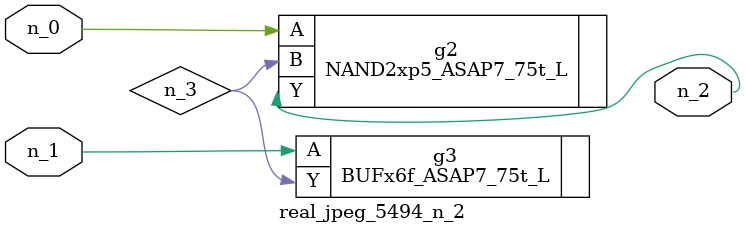
<source format=v>
module real_jpeg_5494_n_2 (n_1, n_0, n_2);

input n_1;
input n_0;

output n_2;

wire n_3;

NAND2xp5_ASAP7_75t_L g2 ( 
.A(n_0),
.B(n_3),
.Y(n_2)
);

BUFx6f_ASAP7_75t_L g3 ( 
.A(n_1),
.Y(n_3)
);


endmodule
</source>
